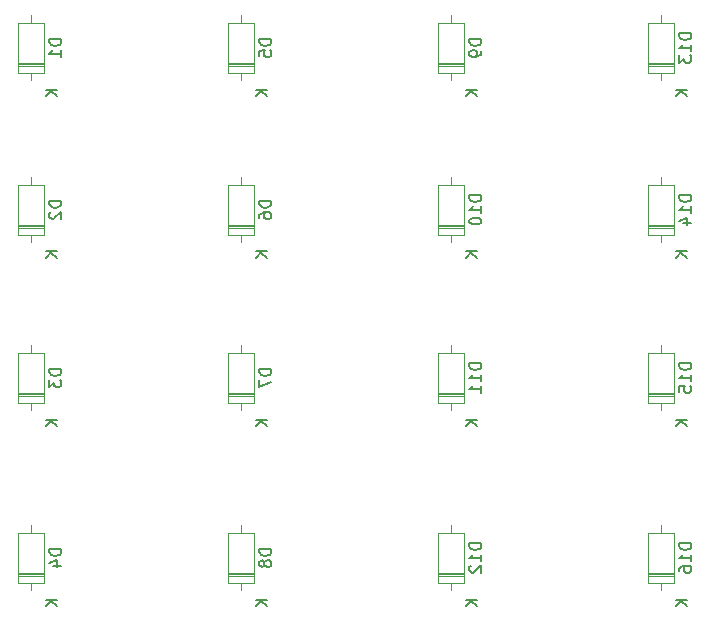
<source format=gbr>
%TF.GenerationSoftware,KiCad,Pcbnew,(6.0.1)*%
%TF.CreationDate,2022-01-27T23:18:00+02:00*%
%TF.ProjectId,Keypadv1,4b657970-6164-4763-912e-6b696361645f,rev?*%
%TF.SameCoordinates,Original*%
%TF.FileFunction,Legend,Bot*%
%TF.FilePolarity,Positive*%
%FSLAX46Y46*%
G04 Gerber Fmt 4.6, Leading zero omitted, Abs format (unit mm)*
G04 Created by KiCad (PCBNEW (6.0.1)) date 2022-01-27 23:18:00*
%MOMM*%
%LPD*%
G01*
G04 APERTURE LIST*
%ADD10C,0.150000*%
%ADD11C,0.120000*%
G04 APERTURE END LIST*
D10*
%TO.C,D6*%
X88932380Y-75461904D02*
X87932380Y-75461904D01*
X87932380Y-75700000D01*
X87980000Y-75842857D01*
X88075238Y-75938095D01*
X88170476Y-75985714D01*
X88360952Y-76033333D01*
X88503809Y-76033333D01*
X88694285Y-75985714D01*
X88789523Y-75938095D01*
X88884761Y-75842857D01*
X88932380Y-75700000D01*
X88932380Y-75461904D01*
X87932380Y-76890476D02*
X87932380Y-76700000D01*
X87980000Y-76604761D01*
X88027619Y-76557142D01*
X88170476Y-76461904D01*
X88360952Y-76414285D01*
X88741904Y-76414285D01*
X88837142Y-76461904D01*
X88884761Y-76509523D01*
X88932380Y-76604761D01*
X88932380Y-76795238D01*
X88884761Y-76890476D01*
X88837142Y-76938095D01*
X88741904Y-76985714D01*
X88503809Y-76985714D01*
X88408571Y-76938095D01*
X88360952Y-76890476D01*
X88313333Y-76795238D01*
X88313333Y-76604761D01*
X88360952Y-76509523D01*
X88408571Y-76461904D01*
X88503809Y-76414285D01*
X88612380Y-79748095D02*
X87612380Y-79748095D01*
X88612380Y-80319523D02*
X88040952Y-79890952D01*
X87612380Y-80319523D02*
X88183809Y-79748095D01*
%TO.C,D12*%
X106712380Y-104455714D02*
X105712380Y-104455714D01*
X105712380Y-104693809D01*
X105760000Y-104836666D01*
X105855238Y-104931904D01*
X105950476Y-104979523D01*
X106140952Y-105027142D01*
X106283809Y-105027142D01*
X106474285Y-104979523D01*
X106569523Y-104931904D01*
X106664761Y-104836666D01*
X106712380Y-104693809D01*
X106712380Y-104455714D01*
X106712380Y-105979523D02*
X106712380Y-105408095D01*
X106712380Y-105693809D02*
X105712380Y-105693809D01*
X105855238Y-105598571D01*
X105950476Y-105503333D01*
X105998095Y-105408095D01*
X105807619Y-106360476D02*
X105760000Y-106408095D01*
X105712380Y-106503333D01*
X105712380Y-106741428D01*
X105760000Y-106836666D01*
X105807619Y-106884285D01*
X105902857Y-106931904D01*
X105998095Y-106931904D01*
X106140952Y-106884285D01*
X106712380Y-106312857D01*
X106712380Y-106931904D01*
X106392380Y-109218095D02*
X105392380Y-109218095D01*
X106392380Y-109789523D02*
X105820952Y-109360952D01*
X105392380Y-109789523D02*
X105963809Y-109218095D01*
%TO.C,D8*%
X88932380Y-104931904D02*
X87932380Y-104931904D01*
X87932380Y-105170000D01*
X87980000Y-105312857D01*
X88075238Y-105408095D01*
X88170476Y-105455714D01*
X88360952Y-105503333D01*
X88503809Y-105503333D01*
X88694285Y-105455714D01*
X88789523Y-105408095D01*
X88884761Y-105312857D01*
X88932380Y-105170000D01*
X88932380Y-104931904D01*
X88360952Y-106074761D02*
X88313333Y-105979523D01*
X88265714Y-105931904D01*
X88170476Y-105884285D01*
X88122857Y-105884285D01*
X88027619Y-105931904D01*
X87980000Y-105979523D01*
X87932380Y-106074761D01*
X87932380Y-106265238D01*
X87980000Y-106360476D01*
X88027619Y-106408095D01*
X88122857Y-106455714D01*
X88170476Y-106455714D01*
X88265714Y-106408095D01*
X88313333Y-106360476D01*
X88360952Y-106265238D01*
X88360952Y-106074761D01*
X88408571Y-105979523D01*
X88456190Y-105931904D01*
X88551428Y-105884285D01*
X88741904Y-105884285D01*
X88837142Y-105931904D01*
X88884761Y-105979523D01*
X88932380Y-106074761D01*
X88932380Y-106265238D01*
X88884761Y-106360476D01*
X88837142Y-106408095D01*
X88741904Y-106455714D01*
X88551428Y-106455714D01*
X88456190Y-106408095D01*
X88408571Y-106360476D01*
X88360952Y-106265238D01*
X88612380Y-109218095D02*
X87612380Y-109218095D01*
X88612380Y-109789523D02*
X88040952Y-109360952D01*
X87612380Y-109789523D02*
X88183809Y-109218095D01*
%TO.C,D1*%
X71152380Y-61751904D02*
X70152380Y-61751904D01*
X70152380Y-61990000D01*
X70200000Y-62132857D01*
X70295238Y-62228095D01*
X70390476Y-62275714D01*
X70580952Y-62323333D01*
X70723809Y-62323333D01*
X70914285Y-62275714D01*
X71009523Y-62228095D01*
X71104761Y-62132857D01*
X71152380Y-61990000D01*
X71152380Y-61751904D01*
X71152380Y-63275714D02*
X71152380Y-62704285D01*
X71152380Y-62990000D02*
X70152380Y-62990000D01*
X70295238Y-62894761D01*
X70390476Y-62799523D01*
X70438095Y-62704285D01*
X70832380Y-66038095D02*
X69832380Y-66038095D01*
X70832380Y-66609523D02*
X70260952Y-66180952D01*
X69832380Y-66609523D02*
X70403809Y-66038095D01*
%TO.C,D11*%
X106712380Y-89215714D02*
X105712380Y-89215714D01*
X105712380Y-89453809D01*
X105760000Y-89596666D01*
X105855238Y-89691904D01*
X105950476Y-89739523D01*
X106140952Y-89787142D01*
X106283809Y-89787142D01*
X106474285Y-89739523D01*
X106569523Y-89691904D01*
X106664761Y-89596666D01*
X106712380Y-89453809D01*
X106712380Y-89215714D01*
X106712380Y-90739523D02*
X106712380Y-90168095D01*
X106712380Y-90453809D02*
X105712380Y-90453809D01*
X105855238Y-90358571D01*
X105950476Y-90263333D01*
X105998095Y-90168095D01*
X106712380Y-91691904D02*
X106712380Y-91120476D01*
X106712380Y-91406190D02*
X105712380Y-91406190D01*
X105855238Y-91310952D01*
X105950476Y-91215714D01*
X105998095Y-91120476D01*
X106392380Y-93978095D02*
X105392380Y-93978095D01*
X106392380Y-94549523D02*
X105820952Y-94120952D01*
X105392380Y-94549523D02*
X105963809Y-93978095D01*
%TO.C,D5*%
X88932380Y-61751904D02*
X87932380Y-61751904D01*
X87932380Y-61990000D01*
X87980000Y-62132857D01*
X88075238Y-62228095D01*
X88170476Y-62275714D01*
X88360952Y-62323333D01*
X88503809Y-62323333D01*
X88694285Y-62275714D01*
X88789523Y-62228095D01*
X88884761Y-62132857D01*
X88932380Y-61990000D01*
X88932380Y-61751904D01*
X87932380Y-63228095D02*
X87932380Y-62751904D01*
X88408571Y-62704285D01*
X88360952Y-62751904D01*
X88313333Y-62847142D01*
X88313333Y-63085238D01*
X88360952Y-63180476D01*
X88408571Y-63228095D01*
X88503809Y-63275714D01*
X88741904Y-63275714D01*
X88837142Y-63228095D01*
X88884761Y-63180476D01*
X88932380Y-63085238D01*
X88932380Y-62847142D01*
X88884761Y-62751904D01*
X88837142Y-62704285D01*
X88612380Y-66038095D02*
X87612380Y-66038095D01*
X88612380Y-66609523D02*
X88040952Y-66180952D01*
X87612380Y-66609523D02*
X88183809Y-66038095D01*
%TO.C,D14*%
X124492380Y-74985714D02*
X123492380Y-74985714D01*
X123492380Y-75223809D01*
X123540000Y-75366666D01*
X123635238Y-75461904D01*
X123730476Y-75509523D01*
X123920952Y-75557142D01*
X124063809Y-75557142D01*
X124254285Y-75509523D01*
X124349523Y-75461904D01*
X124444761Y-75366666D01*
X124492380Y-75223809D01*
X124492380Y-74985714D01*
X124492380Y-76509523D02*
X124492380Y-75938095D01*
X124492380Y-76223809D02*
X123492380Y-76223809D01*
X123635238Y-76128571D01*
X123730476Y-76033333D01*
X123778095Y-75938095D01*
X123825714Y-77366666D02*
X124492380Y-77366666D01*
X123444761Y-77128571D02*
X124159047Y-76890476D01*
X124159047Y-77509523D01*
X124172380Y-79748095D02*
X123172380Y-79748095D01*
X124172380Y-80319523D02*
X123600952Y-79890952D01*
X123172380Y-80319523D02*
X123743809Y-79748095D01*
%TO.C,D2*%
X71152380Y-75461904D02*
X70152380Y-75461904D01*
X70152380Y-75700000D01*
X70200000Y-75842857D01*
X70295238Y-75938095D01*
X70390476Y-75985714D01*
X70580952Y-76033333D01*
X70723809Y-76033333D01*
X70914285Y-75985714D01*
X71009523Y-75938095D01*
X71104761Y-75842857D01*
X71152380Y-75700000D01*
X71152380Y-75461904D01*
X70247619Y-76414285D02*
X70200000Y-76461904D01*
X70152380Y-76557142D01*
X70152380Y-76795238D01*
X70200000Y-76890476D01*
X70247619Y-76938095D01*
X70342857Y-76985714D01*
X70438095Y-76985714D01*
X70580952Y-76938095D01*
X71152380Y-76366666D01*
X71152380Y-76985714D01*
X70832380Y-79748095D02*
X69832380Y-79748095D01*
X70832380Y-80319523D02*
X70260952Y-79890952D01*
X69832380Y-80319523D02*
X70403809Y-79748095D01*
%TO.C,D9*%
X106712380Y-61751904D02*
X105712380Y-61751904D01*
X105712380Y-61990000D01*
X105760000Y-62132857D01*
X105855238Y-62228095D01*
X105950476Y-62275714D01*
X106140952Y-62323333D01*
X106283809Y-62323333D01*
X106474285Y-62275714D01*
X106569523Y-62228095D01*
X106664761Y-62132857D01*
X106712380Y-61990000D01*
X106712380Y-61751904D01*
X106712380Y-62799523D02*
X106712380Y-62990000D01*
X106664761Y-63085238D01*
X106617142Y-63132857D01*
X106474285Y-63228095D01*
X106283809Y-63275714D01*
X105902857Y-63275714D01*
X105807619Y-63228095D01*
X105760000Y-63180476D01*
X105712380Y-63085238D01*
X105712380Y-62894761D01*
X105760000Y-62799523D01*
X105807619Y-62751904D01*
X105902857Y-62704285D01*
X106140952Y-62704285D01*
X106236190Y-62751904D01*
X106283809Y-62799523D01*
X106331428Y-62894761D01*
X106331428Y-63085238D01*
X106283809Y-63180476D01*
X106236190Y-63228095D01*
X106140952Y-63275714D01*
X106392380Y-66038095D02*
X105392380Y-66038095D01*
X106392380Y-66609523D02*
X105820952Y-66180952D01*
X105392380Y-66609523D02*
X105963809Y-66038095D01*
%TO.C,D15*%
X124492380Y-89215714D02*
X123492380Y-89215714D01*
X123492380Y-89453809D01*
X123540000Y-89596666D01*
X123635238Y-89691904D01*
X123730476Y-89739523D01*
X123920952Y-89787142D01*
X124063809Y-89787142D01*
X124254285Y-89739523D01*
X124349523Y-89691904D01*
X124444761Y-89596666D01*
X124492380Y-89453809D01*
X124492380Y-89215714D01*
X124492380Y-90739523D02*
X124492380Y-90168095D01*
X124492380Y-90453809D02*
X123492380Y-90453809D01*
X123635238Y-90358571D01*
X123730476Y-90263333D01*
X123778095Y-90168095D01*
X123492380Y-91644285D02*
X123492380Y-91168095D01*
X123968571Y-91120476D01*
X123920952Y-91168095D01*
X123873333Y-91263333D01*
X123873333Y-91501428D01*
X123920952Y-91596666D01*
X123968571Y-91644285D01*
X124063809Y-91691904D01*
X124301904Y-91691904D01*
X124397142Y-91644285D01*
X124444761Y-91596666D01*
X124492380Y-91501428D01*
X124492380Y-91263333D01*
X124444761Y-91168095D01*
X124397142Y-91120476D01*
X124172380Y-93978095D02*
X123172380Y-93978095D01*
X124172380Y-94549523D02*
X123600952Y-94120952D01*
X123172380Y-94549523D02*
X123743809Y-93978095D01*
%TO.C,D4*%
X71152380Y-104931904D02*
X70152380Y-104931904D01*
X70152380Y-105170000D01*
X70200000Y-105312857D01*
X70295238Y-105408095D01*
X70390476Y-105455714D01*
X70580952Y-105503333D01*
X70723809Y-105503333D01*
X70914285Y-105455714D01*
X71009523Y-105408095D01*
X71104761Y-105312857D01*
X71152380Y-105170000D01*
X71152380Y-104931904D01*
X70485714Y-106360476D02*
X71152380Y-106360476D01*
X70104761Y-106122380D02*
X70819047Y-105884285D01*
X70819047Y-106503333D01*
X70832380Y-109218095D02*
X69832380Y-109218095D01*
X70832380Y-109789523D02*
X70260952Y-109360952D01*
X69832380Y-109789523D02*
X70403809Y-109218095D01*
%TO.C,D10*%
X106712380Y-74985714D02*
X105712380Y-74985714D01*
X105712380Y-75223809D01*
X105760000Y-75366666D01*
X105855238Y-75461904D01*
X105950476Y-75509523D01*
X106140952Y-75557142D01*
X106283809Y-75557142D01*
X106474285Y-75509523D01*
X106569523Y-75461904D01*
X106664761Y-75366666D01*
X106712380Y-75223809D01*
X106712380Y-74985714D01*
X106712380Y-76509523D02*
X106712380Y-75938095D01*
X106712380Y-76223809D02*
X105712380Y-76223809D01*
X105855238Y-76128571D01*
X105950476Y-76033333D01*
X105998095Y-75938095D01*
X105712380Y-77128571D02*
X105712380Y-77223809D01*
X105760000Y-77319047D01*
X105807619Y-77366666D01*
X105902857Y-77414285D01*
X106093333Y-77461904D01*
X106331428Y-77461904D01*
X106521904Y-77414285D01*
X106617142Y-77366666D01*
X106664761Y-77319047D01*
X106712380Y-77223809D01*
X106712380Y-77128571D01*
X106664761Y-77033333D01*
X106617142Y-76985714D01*
X106521904Y-76938095D01*
X106331428Y-76890476D01*
X106093333Y-76890476D01*
X105902857Y-76938095D01*
X105807619Y-76985714D01*
X105760000Y-77033333D01*
X105712380Y-77128571D01*
X106392380Y-79748095D02*
X105392380Y-79748095D01*
X106392380Y-80319523D02*
X105820952Y-79890952D01*
X105392380Y-80319523D02*
X105963809Y-79748095D01*
%TO.C,D16*%
X124492380Y-104455714D02*
X123492380Y-104455714D01*
X123492380Y-104693809D01*
X123540000Y-104836666D01*
X123635238Y-104931904D01*
X123730476Y-104979523D01*
X123920952Y-105027142D01*
X124063809Y-105027142D01*
X124254285Y-104979523D01*
X124349523Y-104931904D01*
X124444761Y-104836666D01*
X124492380Y-104693809D01*
X124492380Y-104455714D01*
X124492380Y-105979523D02*
X124492380Y-105408095D01*
X124492380Y-105693809D02*
X123492380Y-105693809D01*
X123635238Y-105598571D01*
X123730476Y-105503333D01*
X123778095Y-105408095D01*
X123492380Y-106836666D02*
X123492380Y-106646190D01*
X123540000Y-106550952D01*
X123587619Y-106503333D01*
X123730476Y-106408095D01*
X123920952Y-106360476D01*
X124301904Y-106360476D01*
X124397142Y-106408095D01*
X124444761Y-106455714D01*
X124492380Y-106550952D01*
X124492380Y-106741428D01*
X124444761Y-106836666D01*
X124397142Y-106884285D01*
X124301904Y-106931904D01*
X124063809Y-106931904D01*
X123968571Y-106884285D01*
X123920952Y-106836666D01*
X123873333Y-106741428D01*
X123873333Y-106550952D01*
X123920952Y-106455714D01*
X123968571Y-106408095D01*
X124063809Y-106360476D01*
X124172380Y-109218095D02*
X123172380Y-109218095D01*
X124172380Y-109789523D02*
X123600952Y-109360952D01*
X123172380Y-109789523D02*
X123743809Y-109218095D01*
%TO.C,D13*%
X124492380Y-61275714D02*
X123492380Y-61275714D01*
X123492380Y-61513809D01*
X123540000Y-61656666D01*
X123635238Y-61751904D01*
X123730476Y-61799523D01*
X123920952Y-61847142D01*
X124063809Y-61847142D01*
X124254285Y-61799523D01*
X124349523Y-61751904D01*
X124444761Y-61656666D01*
X124492380Y-61513809D01*
X124492380Y-61275714D01*
X124492380Y-62799523D02*
X124492380Y-62228095D01*
X124492380Y-62513809D02*
X123492380Y-62513809D01*
X123635238Y-62418571D01*
X123730476Y-62323333D01*
X123778095Y-62228095D01*
X123492380Y-63132857D02*
X123492380Y-63751904D01*
X123873333Y-63418571D01*
X123873333Y-63561428D01*
X123920952Y-63656666D01*
X123968571Y-63704285D01*
X124063809Y-63751904D01*
X124301904Y-63751904D01*
X124397142Y-63704285D01*
X124444761Y-63656666D01*
X124492380Y-63561428D01*
X124492380Y-63275714D01*
X124444761Y-63180476D01*
X124397142Y-63132857D01*
X124172380Y-66038095D02*
X123172380Y-66038095D01*
X124172380Y-66609523D02*
X123600952Y-66180952D01*
X123172380Y-66609523D02*
X123743809Y-66038095D01*
%TO.C,D3*%
X71152380Y-89691904D02*
X70152380Y-89691904D01*
X70152380Y-89930000D01*
X70200000Y-90072857D01*
X70295238Y-90168095D01*
X70390476Y-90215714D01*
X70580952Y-90263333D01*
X70723809Y-90263333D01*
X70914285Y-90215714D01*
X71009523Y-90168095D01*
X71104761Y-90072857D01*
X71152380Y-89930000D01*
X71152380Y-89691904D01*
X70152380Y-90596666D02*
X70152380Y-91215714D01*
X70533333Y-90882380D01*
X70533333Y-91025238D01*
X70580952Y-91120476D01*
X70628571Y-91168095D01*
X70723809Y-91215714D01*
X70961904Y-91215714D01*
X71057142Y-91168095D01*
X71104761Y-91120476D01*
X71152380Y-91025238D01*
X71152380Y-90739523D01*
X71104761Y-90644285D01*
X71057142Y-90596666D01*
X70832380Y-93978095D02*
X69832380Y-93978095D01*
X70832380Y-94549523D02*
X70260952Y-94120952D01*
X69832380Y-94549523D02*
X70403809Y-93978095D01*
%TO.C,D7*%
X88932380Y-89691904D02*
X87932380Y-89691904D01*
X87932380Y-89930000D01*
X87980000Y-90072857D01*
X88075238Y-90168095D01*
X88170476Y-90215714D01*
X88360952Y-90263333D01*
X88503809Y-90263333D01*
X88694285Y-90215714D01*
X88789523Y-90168095D01*
X88884761Y-90072857D01*
X88932380Y-89930000D01*
X88932380Y-89691904D01*
X87932380Y-90596666D02*
X87932380Y-91263333D01*
X88932380Y-90834761D01*
X88612380Y-93978095D02*
X87612380Y-93978095D01*
X88612380Y-94549523D02*
X88040952Y-94120952D01*
X87612380Y-94549523D02*
X88183809Y-93978095D01*
D11*
%TO.C,D6*%
X86360000Y-73430000D02*
X86360000Y-74080000D01*
X85240000Y-74080000D02*
X87480000Y-74080000D01*
X85240000Y-78320000D02*
X85240000Y-74080000D01*
X87480000Y-78320000D02*
X85240000Y-78320000D01*
X87480000Y-77480000D02*
X85240000Y-77480000D01*
X87480000Y-77720000D02*
X85240000Y-77720000D01*
X86360000Y-78970000D02*
X86360000Y-78320000D01*
X87480000Y-74080000D02*
X87480000Y-78320000D01*
X87480000Y-77600000D02*
X85240000Y-77600000D01*
%TO.C,D12*%
X104140000Y-108440000D02*
X104140000Y-107790000D01*
X105260000Y-107190000D02*
X103020000Y-107190000D01*
X103020000Y-103550000D02*
X105260000Y-103550000D01*
X105260000Y-107070000D02*
X103020000Y-107070000D01*
X104140000Y-102900000D02*
X104140000Y-103550000D01*
X105260000Y-106950000D02*
X103020000Y-106950000D01*
X105260000Y-103550000D02*
X105260000Y-107790000D01*
X105260000Y-107790000D02*
X103020000Y-107790000D01*
X103020000Y-107790000D02*
X103020000Y-103550000D01*
%TO.C,D8*%
X85240000Y-103550000D02*
X87480000Y-103550000D01*
X87480000Y-107790000D02*
X85240000Y-107790000D01*
X87480000Y-107190000D02*
X85240000Y-107190000D01*
X86360000Y-108440000D02*
X86360000Y-107790000D01*
X87480000Y-107070000D02*
X85240000Y-107070000D01*
X86360000Y-102900000D02*
X86360000Y-103550000D01*
X87480000Y-103550000D02*
X87480000Y-107790000D01*
X85240000Y-107790000D02*
X85240000Y-103550000D01*
X87480000Y-106950000D02*
X85240000Y-106950000D01*
%TO.C,D1*%
X69700000Y-64010000D02*
X67460000Y-64010000D01*
X67460000Y-60370000D02*
X69700000Y-60370000D01*
X68580000Y-65260000D02*
X68580000Y-64610000D01*
X69700000Y-63770000D02*
X67460000Y-63770000D01*
X67460000Y-64610000D02*
X67460000Y-60370000D01*
X69700000Y-60370000D02*
X69700000Y-64610000D01*
X69700000Y-63890000D02*
X67460000Y-63890000D01*
X68580000Y-59720000D02*
X68580000Y-60370000D01*
X69700000Y-64610000D02*
X67460000Y-64610000D01*
%TO.C,D11*%
X105260000Y-91830000D02*
X103020000Y-91830000D01*
X105260000Y-92550000D02*
X103020000Y-92550000D01*
X103020000Y-88310000D02*
X105260000Y-88310000D01*
X103020000Y-92550000D02*
X103020000Y-88310000D01*
X105260000Y-91950000D02*
X103020000Y-91950000D01*
X104140000Y-93200000D02*
X104140000Y-92550000D01*
X105260000Y-91710000D02*
X103020000Y-91710000D01*
X104140000Y-87660000D02*
X104140000Y-88310000D01*
X105260000Y-88310000D02*
X105260000Y-92550000D01*
%TO.C,D5*%
X86360000Y-59720000D02*
X86360000Y-60370000D01*
X87480000Y-64010000D02*
X85240000Y-64010000D01*
X87480000Y-63770000D02*
X85240000Y-63770000D01*
X87480000Y-60370000D02*
X87480000Y-64610000D01*
X85240000Y-64610000D02*
X85240000Y-60370000D01*
X87480000Y-64610000D02*
X85240000Y-64610000D01*
X87480000Y-63890000D02*
X85240000Y-63890000D01*
X85240000Y-60370000D02*
X87480000Y-60370000D01*
X86360000Y-65260000D02*
X86360000Y-64610000D01*
%TO.C,D14*%
X121920000Y-78970000D02*
X121920000Y-78320000D01*
X123040000Y-77720000D02*
X120800000Y-77720000D01*
X120800000Y-74080000D02*
X123040000Y-74080000D01*
X120800000Y-78320000D02*
X120800000Y-74080000D01*
X123040000Y-77480000D02*
X120800000Y-77480000D01*
X123040000Y-74080000D02*
X123040000Y-78320000D01*
X121920000Y-73430000D02*
X121920000Y-74080000D01*
X123040000Y-78320000D02*
X120800000Y-78320000D01*
X123040000Y-77600000D02*
X120800000Y-77600000D01*
%TO.C,D2*%
X69700000Y-78320000D02*
X67460000Y-78320000D01*
X67460000Y-74080000D02*
X69700000Y-74080000D01*
X69700000Y-77600000D02*
X67460000Y-77600000D01*
X69700000Y-74080000D02*
X69700000Y-78320000D01*
X68580000Y-73430000D02*
X68580000Y-74080000D01*
X69700000Y-77480000D02*
X67460000Y-77480000D01*
X67460000Y-78320000D02*
X67460000Y-74080000D01*
X69700000Y-77720000D02*
X67460000Y-77720000D01*
X68580000Y-78970000D02*
X68580000Y-78320000D01*
%TO.C,D9*%
X104140000Y-65260000D02*
X104140000Y-64610000D01*
X105260000Y-63770000D02*
X103020000Y-63770000D01*
X105260000Y-63890000D02*
X103020000Y-63890000D01*
X105260000Y-60370000D02*
X105260000Y-64610000D01*
X103020000Y-60370000D02*
X105260000Y-60370000D01*
X105260000Y-64610000D02*
X103020000Y-64610000D01*
X103020000Y-64610000D02*
X103020000Y-60370000D01*
X104140000Y-59720000D02*
X104140000Y-60370000D01*
X105260000Y-64010000D02*
X103020000Y-64010000D01*
%TO.C,D15*%
X121920000Y-87660000D02*
X121920000Y-88310000D01*
X123040000Y-88310000D02*
X123040000Y-92550000D01*
X120800000Y-88310000D02*
X123040000Y-88310000D01*
X123040000Y-91830000D02*
X120800000Y-91830000D01*
X123040000Y-91950000D02*
X120800000Y-91950000D01*
X120800000Y-92550000D02*
X120800000Y-88310000D01*
X123040000Y-91710000D02*
X120800000Y-91710000D01*
X123040000Y-92550000D02*
X120800000Y-92550000D01*
X121920000Y-93200000D02*
X121920000Y-92550000D01*
%TO.C,D4*%
X69700000Y-107790000D02*
X67460000Y-107790000D01*
X69700000Y-107190000D02*
X67460000Y-107190000D01*
X69700000Y-107070000D02*
X67460000Y-107070000D01*
X68580000Y-108440000D02*
X68580000Y-107790000D01*
X68580000Y-102900000D02*
X68580000Y-103550000D01*
X69700000Y-103550000D02*
X69700000Y-107790000D01*
X67460000Y-103550000D02*
X69700000Y-103550000D01*
X67460000Y-107790000D02*
X67460000Y-103550000D01*
X69700000Y-106950000D02*
X67460000Y-106950000D01*
%TO.C,D10*%
X103020000Y-78320000D02*
X103020000Y-74080000D01*
X105260000Y-77480000D02*
X103020000Y-77480000D01*
X103020000Y-74080000D02*
X105260000Y-74080000D01*
X105260000Y-77600000D02*
X103020000Y-77600000D01*
X105260000Y-77720000D02*
X103020000Y-77720000D01*
X105260000Y-78320000D02*
X103020000Y-78320000D01*
X104140000Y-73430000D02*
X104140000Y-74080000D01*
X104140000Y-78970000D02*
X104140000Y-78320000D01*
X105260000Y-74080000D02*
X105260000Y-78320000D01*
%TO.C,D16*%
X123040000Y-103550000D02*
X123040000Y-107790000D01*
X123040000Y-106950000D02*
X120800000Y-106950000D01*
X123040000Y-107070000D02*
X120800000Y-107070000D01*
X123040000Y-107790000D02*
X120800000Y-107790000D01*
X123040000Y-107190000D02*
X120800000Y-107190000D01*
X121920000Y-102900000D02*
X121920000Y-103550000D01*
X121920000Y-108440000D02*
X121920000Y-107790000D01*
X120800000Y-103550000D02*
X123040000Y-103550000D01*
X120800000Y-107790000D02*
X120800000Y-103550000D01*
%TO.C,D13*%
X120800000Y-64610000D02*
X120800000Y-60370000D01*
X121920000Y-65260000D02*
X121920000Y-64610000D01*
X123040000Y-63770000D02*
X120800000Y-63770000D01*
X123040000Y-63890000D02*
X120800000Y-63890000D01*
X120800000Y-60370000D02*
X123040000Y-60370000D01*
X123040000Y-64610000D02*
X120800000Y-64610000D01*
X121920000Y-59720000D02*
X121920000Y-60370000D01*
X123040000Y-60370000D02*
X123040000Y-64610000D01*
X123040000Y-64010000D02*
X120800000Y-64010000D01*
%TO.C,D3*%
X67460000Y-88310000D02*
X69700000Y-88310000D01*
X69700000Y-91950000D02*
X67460000Y-91950000D01*
X69700000Y-91830000D02*
X67460000Y-91830000D01*
X69700000Y-92550000D02*
X67460000Y-92550000D01*
X68580000Y-87660000D02*
X68580000Y-88310000D01*
X69700000Y-91710000D02*
X67460000Y-91710000D01*
X68580000Y-93200000D02*
X68580000Y-92550000D01*
X69700000Y-88310000D02*
X69700000Y-92550000D01*
X67460000Y-92550000D02*
X67460000Y-88310000D01*
%TO.C,D7*%
X87480000Y-91710000D02*
X85240000Y-91710000D01*
X86360000Y-93200000D02*
X86360000Y-92550000D01*
X86360000Y-87660000D02*
X86360000Y-88310000D01*
X87480000Y-92550000D02*
X85240000Y-92550000D01*
X87480000Y-91950000D02*
X85240000Y-91950000D01*
X85240000Y-88310000D02*
X87480000Y-88310000D01*
X85240000Y-92550000D02*
X85240000Y-88310000D01*
X87480000Y-88310000D02*
X87480000Y-92550000D01*
X87480000Y-91830000D02*
X85240000Y-91830000D01*
%TD*%
M02*

</source>
